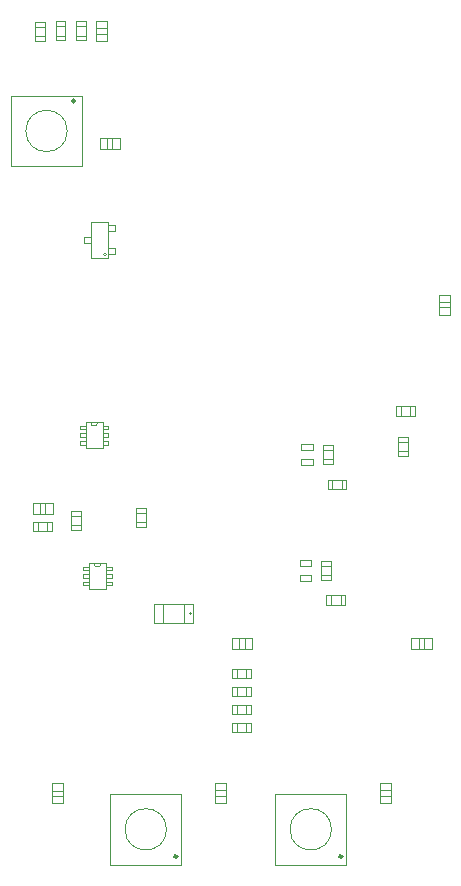
<source format=gm1>
G04*
G04 #@! TF.GenerationSoftware,Altium Limited,Altium Designer,20.1.14 (287)*
G04*
G04 Layer_Color=16711935*
%FSLAX44Y44*%
%MOMM*%
G71*
G04*
G04 #@! TF.SameCoordinates,978DA6D5-38BD-4FD5-9912-D6258095FBE2*
G04*
G04*
G04 #@! TF.FilePolarity,Positive*
G04*
G01*
G75*
%ADD10C,0.2540*%
%ADD132C,0.0254*%
D10*
X153670Y22860D02*
G03*
X153670Y22860I-1270J0D01*
G01*
X293370D02*
G03*
X293370Y22860I-1270J0D01*
G01*
X67130Y662400D02*
G03*
X67130Y662400I-1270J0D01*
G01*
D132*
X144526Y45720D02*
G03*
X144526Y45720I-17526J0D01*
G01*
X165802Y228550D02*
G03*
X165802Y228550I-762J0D01*
G01*
X80344Y390245D02*
G03*
X86440Y390245I3048J0D01*
G01*
X93715Y532300D02*
G03*
X93715Y532300I-1270J0D01*
G01*
X284226Y45720D02*
G03*
X284226Y45720I-17526J0D01*
G01*
X83022Y271015D02*
G03*
X89118Y271015I3048J0D01*
G01*
X60526Y637000D02*
G03*
X60526Y637000I-17526J0D01*
G01*
X97028Y75692D02*
X156972D01*
X97028Y15748D02*
Y75692D01*
Y15748D02*
X156972D01*
Y75692D01*
X42116Y312928D02*
Y322072D01*
Y312928D02*
X48212D01*
Y322072D01*
X42116D02*
X48212D01*
X37290Y312928D02*
Y322072D01*
X31194D02*
X37290D01*
X31194Y312928D02*
Y322072D01*
Y312928D02*
X37290D01*
X31194Y322072D02*
X48212D01*
X31194Y312928D02*
Y322072D01*
Y312928D02*
X48212D01*
Y322072D01*
X358077Y198518D02*
Y207662D01*
X351981D02*
X358077D01*
X351981Y198518D02*
Y207662D01*
Y198518D02*
X358077D01*
X362903D02*
Y207662D01*
Y198518D02*
X368999D01*
Y207662D01*
X362903D02*
X368999D01*
X351981Y198518D02*
X368999D01*
Y207662D01*
X351981D02*
X368999D01*
X351981Y198518D02*
Y207662D01*
X85068Y724130D02*
X94212D01*
Y730226D01*
X85068D02*
X94212D01*
X85068Y724130D02*
Y730226D01*
Y719304D02*
X94212D01*
X85068Y713208D02*
Y719304D01*
Y713208D02*
X94212D01*
Y719304D01*
X85068Y713208D02*
Y730226D01*
Y713208D02*
X94212D01*
Y730226D01*
X85068D02*
X94212D01*
X375428Y487587D02*
X384572D01*
X375428Y481491D02*
Y487587D01*
Y481491D02*
X384572D01*
Y487587D01*
X375428Y492413D02*
X384572D01*
Y498509D01*
X375428D02*
X384572D01*
X375428Y492413D02*
Y498509D01*
X384572Y481491D02*
Y498509D01*
X375428D02*
X384572D01*
X375428Y481491D02*
Y498509D01*
Y481491D02*
X384572D01*
X93958Y621940D02*
Y631084D01*
X87862D02*
X93958D01*
X87862Y621940D02*
Y631084D01*
Y621940D02*
X93958D01*
X98784D02*
Y631084D01*
Y621940D02*
X104880D01*
Y631084D01*
X98784D02*
X104880D01*
X87862Y621940D02*
X104880D01*
Y631084D01*
X87862D02*
X104880D01*
X87862Y621940D02*
Y631084D01*
X216789Y198628D02*
Y207772D01*
X199771Y198628D02*
X216789D01*
X199771D02*
Y207772D01*
X216789D01*
X199771Y198628D02*
X205867D01*
X199771D02*
Y207772D01*
X205867D01*
Y198628D02*
Y207772D01*
X210693D02*
X216789D01*
Y198628D02*
Y207772D01*
X210693Y198628D02*
X216789D01*
X210693D02*
Y207772D01*
X325628Y67691D02*
X334772D01*
X325628D02*
Y84709D01*
X334772D01*
Y67691D02*
Y84709D01*
X325628Y78613D02*
Y84709D01*
X334772D01*
Y78613D02*
Y84709D01*
X325628Y78613D02*
X334772D01*
Y67691D02*
Y73787D01*
X325628Y67691D02*
X334772D01*
X325628D02*
Y73787D01*
X334772D01*
X185928Y67691D02*
X195072D01*
X185928D02*
Y84709D01*
X195072D01*
Y67691D02*
Y84709D01*
X185928Y78613D02*
Y84709D01*
X195072D01*
Y78613D02*
Y84709D01*
X185928Y78613D02*
X195072D01*
Y67691D02*
Y73787D01*
X185928Y67691D02*
X195072D01*
X185928D02*
Y73787D01*
X195072D01*
X47435Y84692D02*
X56579D01*
Y67674D02*
Y84692D01*
X47435Y67674D02*
X56579D01*
X47435D02*
Y84692D01*
X56579Y67674D02*
Y73770D01*
X47435Y67674D02*
X56579D01*
X47435D02*
Y73770D01*
X56579D01*
X47435Y78596D02*
Y84692D01*
X56579D01*
Y78596D02*
Y84692D01*
X47435Y78596D02*
X56579D01*
X257464Y256167D02*
X267116D01*
X257464Y273693D02*
X267116D01*
X257464Y268613D02*
Y273693D01*
X267116D01*
Y268613D02*
Y273693D01*
X257464Y268613D02*
X267116D01*
Y256167D02*
Y261247D01*
X257464Y256167D02*
X267116D01*
X257464D02*
Y261247D01*
X267116D01*
X258794Y354457D02*
X268446D01*
X258794Y371983D02*
X268446D01*
X258794Y366903D02*
Y371983D01*
X268446D01*
Y366903D02*
Y371983D01*
X258794Y366903D02*
X268446D01*
Y354457D02*
Y359537D01*
X258794Y354457D02*
X268446D01*
X258794D02*
Y359537D01*
X268446D01*
X81015Y529760D02*
X94985D01*
X81015D02*
Y560240D01*
X94985D01*
Y529760D02*
Y560240D01*
X74792Y542460D02*
X81015D01*
X74792D02*
Y547540D01*
X81015D01*
Y542460D02*
Y547540D01*
X94985Y557065D02*
X101208D01*
Y551985D02*
Y557065D01*
X94985Y551985D02*
X101208D01*
X94985D02*
Y557065D01*
Y538015D02*
X101208D01*
Y532935D02*
Y538015D01*
X94985Y532935D02*
X101208D01*
X94985D02*
Y538015D01*
X76280Y384426D02*
Y387474D01*
X71328D02*
X76280D01*
X71328Y384426D02*
Y387474D01*
Y384426D02*
X76280D01*
Y377926D02*
Y380974D01*
X71328D02*
X76280D01*
X71328Y377926D02*
Y380974D01*
Y377926D02*
X76280D01*
Y371426D02*
Y374474D01*
X71328D02*
X76280D01*
X71328Y371426D02*
Y374474D01*
Y371426D02*
X76280D01*
X90505D02*
Y374474D01*
Y371426D02*
X95457D01*
Y374474D01*
X90505D02*
X95457D01*
X90505Y377926D02*
Y380974D01*
Y377926D02*
X95457D01*
Y380974D01*
X90505D02*
X95457D01*
X90505Y384426D02*
Y387474D01*
Y384426D02*
X95457D01*
Y387474D01*
X90505D02*
X95457D01*
X76280Y368655D02*
X90505D01*
Y390245D01*
X76280D02*
X90505D01*
X76280Y368655D02*
Y390245D01*
X78958Y249425D02*
Y271015D01*
X93182D01*
Y249425D02*
Y271015D01*
X78958Y249425D02*
X93182D01*
Y268244D02*
X98135D01*
Y265196D02*
Y268244D01*
X93182Y265196D02*
X98135D01*
X93182D02*
Y268244D01*
Y261744D02*
X98135D01*
Y258696D02*
Y261744D01*
X93182Y258696D02*
X98135D01*
X93182D02*
Y261744D01*
Y255244D02*
X98135D01*
Y252196D02*
Y255244D01*
X93182Y252196D02*
X98135D01*
X93182D02*
Y255244D01*
X74005Y252196D02*
X78958D01*
X74005D02*
Y255244D01*
X78958D01*
Y252196D02*
Y255244D01*
X74005Y258696D02*
X78958D01*
X74005D02*
Y261744D01*
X78958D01*
Y258696D02*
Y261744D01*
X74005Y265196D02*
X78958D01*
X74005D02*
Y268244D01*
X78958D01*
Y265196D02*
Y268244D01*
X31872Y298023D02*
Y306152D01*
X47874D01*
Y298023D02*
Y306152D01*
X31872Y298023D02*
X47874D01*
X43810Y306152D02*
X47874D01*
Y298023D02*
Y306152D01*
X43810Y298023D02*
X47874D01*
X43810D02*
Y306152D01*
X31872Y298023D02*
X35936D01*
X31872D02*
Y306152D01*
X35936D01*
Y298023D02*
Y306152D01*
X350937Y395936D02*
Y404064D01*
Y395936D02*
X355001D01*
Y404064D01*
X350937D02*
X355001D01*
X343063Y395936D02*
Y404064D01*
X338999D02*
X343063D01*
X338999Y395936D02*
Y404064D01*
Y395936D02*
X343063D01*
X338999Y404064D02*
X355001D01*
X338999Y395936D02*
Y404064D01*
Y395936D02*
X355001D01*
Y404064D01*
X68132Y713716D02*
X76260D01*
X68132D02*
Y729718D01*
X76260D01*
Y713716D02*
Y729718D01*
X68132Y725654D02*
Y729718D01*
X76260D01*
Y725654D02*
Y729718D01*
X68132Y725654D02*
X76260D01*
Y713716D02*
Y717780D01*
X68132Y713716D02*
X76260D01*
X68132D02*
Y717780D01*
X76260D01*
X33286Y729414D02*
X41414D01*
Y713412D02*
Y729414D01*
X33286Y713412D02*
X41414D01*
X33286D02*
Y729414D01*
X41414Y713412D02*
Y717476D01*
X33286Y713412D02*
X41414D01*
X33286D02*
Y717476D01*
X41414D01*
X33286Y725350D02*
Y729414D01*
X41414D01*
Y725350D02*
Y729414D01*
X33286Y725350D02*
X41414D01*
X50692Y713716D02*
X58820D01*
X50692D02*
Y729718D01*
X58820D01*
Y713716D02*
Y729718D01*
X50692Y725654D02*
Y729718D01*
X58820D01*
Y725654D02*
Y729718D01*
X50692Y725654D02*
X58820D01*
Y713716D02*
Y717780D01*
X50692Y713716D02*
X58820D01*
X50692D02*
Y717780D01*
X58820D01*
X216281Y128016D02*
Y136144D01*
X200279Y128016D02*
X216281D01*
X200279D02*
Y136144D01*
X216281D01*
X200279Y128016D02*
X204343D01*
X200279D02*
Y136144D01*
X204343D01*
Y128016D02*
Y136144D01*
X212217D02*
X216281D01*
Y128016D02*
Y136144D01*
X212217Y128016D02*
X216281D01*
X212217D02*
Y136144D01*
X200279Y143256D02*
Y151384D01*
X216281D01*
Y143256D02*
Y151384D01*
X200279Y143256D02*
X216281D01*
X212217Y151384D02*
X216281D01*
Y143256D02*
Y151384D01*
X212217Y143256D02*
X216281D01*
X212217D02*
Y151384D01*
X200279Y143256D02*
X204343D01*
X200279D02*
Y151384D01*
X204343D01*
Y143256D02*
Y151384D01*
X200279Y158496D02*
Y166624D01*
X216281D01*
Y158496D02*
Y166624D01*
X200279Y158496D02*
X216281D01*
X212217Y166624D02*
X216281D01*
Y158496D02*
Y166624D01*
X212217Y158496D02*
X216281D01*
X212217D02*
Y166624D01*
X200279Y158496D02*
X204343D01*
X200279D02*
Y166624D01*
X204343D01*
Y158496D02*
Y166624D01*
X216154Y173736D02*
Y181864D01*
X200152Y173736D02*
X216154D01*
X200152D02*
Y181864D01*
X216154D01*
X200152Y173736D02*
X204216D01*
X200152D02*
Y181864D01*
X204216D01*
Y173736D02*
Y181864D01*
X212090D02*
X216154D01*
Y173736D02*
Y181864D01*
X212090Y173736D02*
X216154D01*
X212090D02*
Y181864D01*
X275726Y256929D02*
X283854D01*
X275726D02*
Y272931D01*
X283854D01*
Y256929D02*
Y272931D01*
X275726Y268867D02*
Y272931D01*
X283854D01*
Y268867D02*
Y272931D01*
X275726Y268867D02*
X283854D01*
Y256929D02*
Y260993D01*
X275726Y256929D02*
X283854D01*
X275726D02*
Y260993D01*
X283854D01*
X296001Y235936D02*
Y244064D01*
X279999Y235936D02*
X296001D01*
X279999D02*
Y244064D01*
X296001D01*
X279999Y235936D02*
X284063D01*
X279999D02*
Y244064D01*
X284063D01*
Y235936D02*
Y244064D01*
X291937D02*
X296001D01*
Y235936D02*
Y244064D01*
X291937Y235936D02*
X296001D01*
X291937D02*
Y244064D01*
X118936Y306063D02*
X127064D01*
X118936Y301999D02*
Y306063D01*
Y301999D02*
X127064D01*
Y306063D01*
X118936Y313937D02*
X127064D01*
Y318001D01*
X118936D02*
X127064D01*
X118936Y313937D02*
Y318001D01*
X127064Y301999D02*
Y318001D01*
X118936D02*
X127064D01*
X118936Y301999D02*
Y318001D01*
Y301999D02*
X127064D01*
X340936Y366063D02*
X349064D01*
X340936Y361999D02*
Y366063D01*
Y361999D02*
X349064D01*
Y366063D01*
X340936Y373937D02*
X349064D01*
Y378001D01*
X340936D02*
X349064D01*
X340936Y373937D02*
Y378001D01*
X349064Y361999D02*
Y378001D01*
X340936D02*
X349064D01*
X340936Y361999D02*
Y378001D01*
Y361999D02*
X349064D01*
X277336Y355219D02*
X285464D01*
X277336D02*
Y371221D01*
X285464D01*
Y355219D02*
Y371221D01*
X277336Y367157D02*
Y371221D01*
X285464D01*
Y367157D02*
Y371221D01*
X277336Y367157D02*
X285464D01*
Y355219D02*
Y359283D01*
X277336Y355219D02*
X285464D01*
X277336D02*
Y359283D01*
X285464D01*
X63976Y299339D02*
X72104D01*
X63976D02*
Y315341D01*
X72104D01*
Y299339D02*
Y315341D01*
X63976Y311277D02*
Y315341D01*
X72104D01*
Y311277D02*
Y315341D01*
X63976Y311277D02*
X72104D01*
Y299339D02*
Y303403D01*
X63976Y299339D02*
X72104D01*
X63976D02*
Y303403D01*
X72104D01*
X296894Y333756D02*
Y341884D01*
X280892Y333756D02*
X296894D01*
X280892D02*
Y341884D01*
X296894D01*
X280892Y333756D02*
X284956D01*
X280892D02*
Y341884D01*
X284956D01*
Y333756D02*
Y341884D01*
X292830D02*
X296894D01*
Y333756D02*
Y341884D01*
X292830Y333756D02*
X296894D01*
X292830D02*
Y341884D01*
X13028Y607028D02*
Y666972D01*
Y607028D02*
X72972D01*
Y666972D01*
X13028D02*
X72972D01*
X296672Y15748D02*
Y75692D01*
X236728Y15748D02*
X296672D01*
X236728D02*
Y75692D01*
X296672D01*
X159706Y220549D02*
Y236551D01*
Y220549D02*
X167326D01*
Y236551D01*
X159706D02*
X167326D01*
X141926Y220549D02*
Y236551D01*
X134306D02*
X141926D01*
X134306Y220549D02*
Y236551D01*
Y220549D02*
X141926D01*
X134306Y236551D02*
X167326D01*
X134306Y220549D02*
Y236551D01*
Y220549D02*
X167326D01*
Y236551D01*
M02*

</source>
